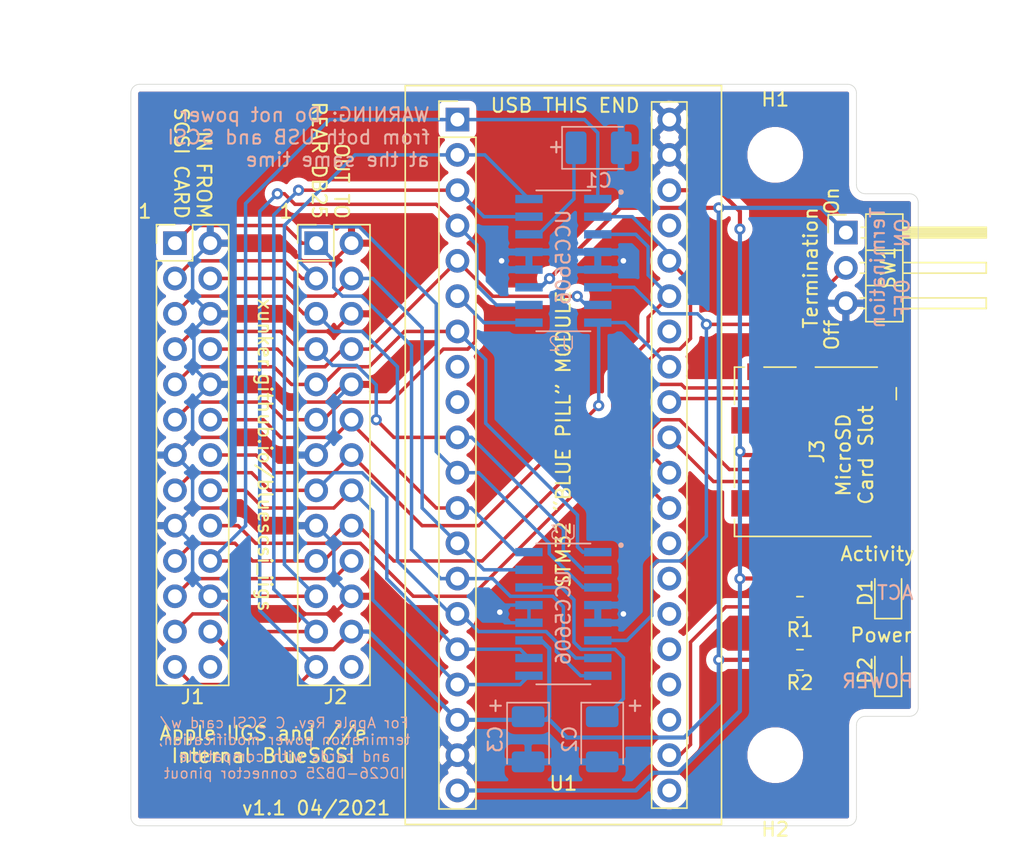
<source format=kicad_pcb>
(kicad_pcb (version 20171130) (host pcbnew "(5.1.8-0-10_14)")
  (layers (0 F.Cu signal) (31 B.Cu signal) (34 B.Paste user) (35 F.Paste user) (36 B.SilkS user) (37 F.SilkS user) (38 B.Mask user) (39 F.Mask user) (44 Edge.Cuts user))
  (net 0 "")
  (net 1 "Net-(U1-Pad37)")
  (net 2 "Net-(U1-Pad34)")
  (net 3 "Net-(U1-Pad8)")
  (net 4 "Net-(U1-Pad9)")
  (net 5 "Net-(U1-Pad28)")
  (net 6 "Net-(U1-Pad25)")
  (net 7 "Net-(U1-Pad24)")
  (net 8 "Net-(U1-Pad23)")
  (net 9 "Net-(U1-Pad21)")
  (net 10 "Net-(J1-Pad26)")
  (net 11 "Net-(J2-Pad26)")
  (net 12 +5V)
  (net 13 GND)
  (net 14 /SCSI_DB4)
  (net 15 /SCSI_DB2)
  (net 16 /SCSI_DB1)
  (net 17 /SCSI_DBP)
  (net 18 /SCSI_SEL)
  (net 19 /SCSI_ATN)
  (net 20 /SCSI_C_D)
  (net 21 /SCSI_DB7)
  (net 22 /SCSI_DB6)
  (net 23 /SCSI_DB5)
  (net 24 /SCSI_DB3)
  (net 25 /SCSI_DB0)
  (net 26 /SCSI_BSY)
  (net 27 /SCSI_ACK)
  (net 28 /SCSI_RST)
  (net 29 /SCSI_I_O)
  (net 30 /SCSI_MSG)
  (net 31 /SCSI_REQ)
  (net 32 /SD_MISO)
  (net 33 /SD_CSK)
  (net 34 +3V3)
  (net 35 /SD_MOSI)
  (net 36 /SD_CS)
  (net 37 "Net-(J3-Pad8)")
  (net 38 "Net-(J3-Pad1)")
  (net 39 "Net-(D2-Pad2)")
  (net 40 "Net-(R1-Pad2)")
  (net 41 "Net-(C1-Pad1)")
  (net 42 "Net-(C2-Pad1)")
  (net 43 /TERM_DISC)
  (net 44 "Net-(D1-Pad1)")
  (net 45 /DEBUG_RX)
  (net 46 /DEBUG_TX)
  (module Capacitor_Tantalum_SMD:CP_EIA-3528-21_Kemet-B_Pad1.50x2.35mm_HandSolder (layer B.Cu) (at 157.48 95.377 270)
    (fp_text reference C3 (at 0 2.35 90) (layer B.SilkS) (effects (justify mirror)))
    (fp_text value "4.7uF, 6.3v")
    (pad 2 smd roundrect (at 1.625 0 270) (size 1.5 2.35) (layers B.Cu B.Paste B.Mask) (roundrect_rratio 0.166667) (net 13 GND))
    (pad 1 smd roundrect (at -1.625 0 270) (size 1.5 2.35) (layers B.Cu B.Paste B.Mask) (roundrect_rratio 0.166667) (net 12 +5V))
  )
  (module Capacitor_Tantalum_SMD:CP_EIA-3528-21_Kemet-B_Pad1.50x2.35mm_HandSolder (layer B.Cu) (at 162.814 95.377 270)
    (fp_text reference C2 (at 0 2.35 90) (layer B.SilkS) (effects (justify mirror)))
    (fp_text value "4.7uF, 6.3v")
    (pad 2 smd roundrect (at 1.625 0 270) (size 1.5 2.35) (layers B.Cu B.Paste B.Mask) (roundrect_rratio 0.166667) (net 13 GND))
    (pad 1 smd roundrect (at -1.625 0 270) (size 1.5 2.35) (layers B.Cu B.Paste B.Mask) (roundrect_rratio 0.166667) (net 42 "Net-(C2-Pad1)"))
  )
  (module Capacitor_Tantalum_SMD:CP_EIA-3528-21_Kemet-B_Pad1.50x2.35mm_HandSolder (layer B.Cu) (at 162.56 52.832)
    (fp_text reference C1 (at 0 2.35) (layer B.SilkS) (effects (justify mirror)))
    (fp_text value "4.7uF, 6.3v")
    (pad 2 smd roundrect (at 1.625 0) (size 1.5 2.35) (layers B.Cu B.Paste B.Mask) (roundrect_rratio 0.166667) (net 13 GND))
    (pad 1 smd roundrect (at -1.625 0) (size 1.5 2.35) (layers B.Cu B.Paste B.Mask) (roundrect_rratio 0.166667) (net 41 "Net-(C1-Pad1)"))
  )
  (module LED_SMD:LED_0805_2012Metric_Pad1.15x1.40mm_HandSolder (layer F.Cu) (at 183.388 90.424 90)
    (fp_text reference D2 (at 0 -1.65 90) (layer F.SilkS))
    (fp_text value LED)
    (pad 2 smd roundrect (at 1.025 0 90) (size 1.15 1.4) (layers F.Cu F.Paste F.Mask) (roundrect_rratio 0.217391) (net 39 "Net-(D2-Pad2)"))
    (pad 1 smd roundrect (at -1.025 0 90) (size 1.15 1.4) (layers F.Cu F.Paste F.Mask) (roundrect_rratio 0.217391) (net 13 GND))
  )
  (module LED_SMD:LED_0805_2012Metric_Pad1.15x1.40mm_HandSolder (layer F.Cu) (at 183.388 84.836 90)
    (fp_text reference D1 (at 0 -1.65 90) (layer F.SilkS))
    (fp_text value LED)
    (pad 2 smd roundrect (at 1.025 0 90) (size 1.15 1.4) (layers F.Cu F.Paste F.Mask) (roundrect_rratio 0.217391) (net 34 +3V3))
    (pad 1 smd roundrect (at -1.025 0 90) (size 1.15 1.4) (layers F.Cu F.Paste F.Mask) (roundrect_rratio 0.217391) (net 44 "Net-(D1-Pad1)"))
  )
  (module Resistor_SMD:R_0805_2012Metric_Pad1.20x1.40mm_HandSolder (layer F.Cu) (at 177.038 89.662 180)
    (fp_text reference R2 (at 0 -1.65) (layer F.SilkS))
    (fp_text value 470)
    (pad 2 smd roundrect (at 1 0 180) (size 1.2 1.4) (layers F.Cu F.Paste F.Mask) (roundrect_rratio 0.208333) (net 12 +5V))
    (pad 1 smd roundrect (at -1 0 180) (size 1.2 1.4) (layers F.Cu F.Paste F.Mask) (roundrect_rratio 0.208333) (net 39 "Net-(D2-Pad2)"))
  )
  (module Resistor_SMD:R_0805_2012Metric_Pad1.20x1.40mm_HandSolder (layer F.Cu) (at 177.038 85.852 180)
    (fp_text reference R1 (at 0 -1.65) (layer F.SilkS))
    (fp_text value 330)
    (pad 2 smd roundrect (at 1 0 180) (size 1.2 1.4) (layers F.Cu F.Paste F.Mask) (roundrect_rratio 0.208333) (net 40 "Net-(R1-Pad2)"))
    (pad 1 smd roundrect (at -1 0 180) (size 1.2 1.4) (layers F.Cu F.Paste F.Mask) (roundrect_rratio 0.208333) (net 44 "Net-(D1-Pad1)"))
  )
  (module Connector_PinHeader_2.54mm:PinHeader_1x03_P2.54mm_Horizontal (layer F.Cu) (at 180.34 58.928)
    (fp_text reference SW1 (at 3.048 2.54 90) (layer F.SilkS))
    (fp_text value SW_SPDT)
    (pad 3 thru_hole oval (at 0 5.08) (size 1.7 1.7) (drill 1) (layers *.Cu *.Mask) (net 13 GND))
    (pad 2 thru_hole oval (at 0 2.54) (size 1.7 1.7) (drill 1) (layers *.Cu *.Mask) (net 43 /TERM_DISC))
    (pad 1 thru_hole rect (at 0 0) (size 1.7 1.7) (drill 1) (layers *.Cu *.Mask) (net 12 +5V))
  )
  (module Connector_PinHeader_2.54mm:PinHeader_2x13_P2.54mm_Vertical (layer F.Cu) (at 142.24 59.69)
    (fp_text reference J2 (at 1.397 32.639) (layer F.SilkS))
    (fp_text value Conn_02x13_Odd_Even)
    (pad 26 thru_hole oval (at 2.54 30.48) (size 1.7 1.7) (drill 1) (layers *.Cu *.Mask) (net 11 "Net-(J2-Pad26)"))
    (pad 25 thru_hole oval (at 0 30.48) (size 1.7 1.7) (drill 1) (layers *.Cu *.Mask) (net 21 /SCSI_DB7))
    (pad 24 thru_hole oval (at 2.54 27.94) (size 1.7 1.7) (drill 1) (layers *.Cu *.Mask) (net 12 +5V))
    (pad 23 thru_hole oval (at 0 27.94) (size 1.7 1.7) (drill 1) (layers *.Cu *.Mask) (net 22 /SCSI_DB6))
    (pad 22 thru_hole oval (at 2.54 25.4) (size 1.7 1.7) (drill 1) (layers *.Cu *.Mask) (net 13 GND))
    (pad 21 thru_hole oval (at 0 25.4) (size 1.7 1.7) (drill 1) (layers *.Cu *.Mask) (net 23 /SCSI_DB5))
    (pad 20 thru_hole oval (at 2.54 22.86) (size 1.7 1.7) (drill 1) (layers *.Cu *.Mask) (net 14 /SCSI_DB4))
    (pad 19 thru_hole oval (at 0 22.86) (size 1.7 1.7) (drill 1) (layers *.Cu *.Mask) (net 24 /SCSI_DB3))
    (pad 18 thru_hole oval (at 2.54 20.32) (size 1.7 1.7) (drill 1) (layers *.Cu *.Mask) (net 15 /SCSI_DB2))
    (pad 17 thru_hole oval (at 0 20.32) (size 1.7 1.7) (drill 1) (layers *.Cu *.Mask) (net 13 GND))
    (pad 16 thru_hole oval (at 2.54 17.78) (size 1.7 1.7) (drill 1) (layers *.Cu *.Mask) (net 16 /SCSI_DB1))
    (pad 15 thru_hole oval (at 0 17.78) (size 1.7 1.7) (drill 1) (layers *.Cu *.Mask) (net 25 /SCSI_DB0))
    (pad 14 thru_hole oval (at 2.54 15.24) (size 1.7 1.7) (drill 1) (layers *.Cu *.Mask) (net 17 /SCSI_DBP))
    (pad 13 thru_hole oval (at 0 15.24) (size 1.7 1.7) (drill 1) (layers *.Cu *.Mask) (net 13 GND))
    (pad 12 thru_hole oval (at 2.54 12.7) (size 1.7 1.7) (drill 1) (layers *.Cu *.Mask) (net 18 /SCSI_SEL))
    (pad 11 thru_hole oval (at 0 12.7) (size 1.7 1.7) (drill 1) (layers *.Cu *.Mask) (net 26 /SCSI_BSY))
    (pad 10 thru_hole oval (at 2.54 10.16) (size 1.7 1.7) (drill 1) (layers *.Cu *.Mask) (net 13 GND))
    (pad 9 thru_hole oval (at 0 10.16) (size 1.7 1.7) (drill 1) (layers *.Cu *.Mask) (net 27 /SCSI_ACK))
    (pad 8 thru_hole oval (at 2.54 7.62) (size 1.7 1.7) (drill 1) (layers *.Cu *.Mask) (net 19 /SCSI_ATN))
    (pad 7 thru_hole oval (at 0 7.62) (size 1.7 1.7) (drill 1) (layers *.Cu *.Mask) (net 28 /SCSI_RST))
    (pad 6 thru_hole oval (at 2.54 5.08) (size 1.7 1.7) (drill 1) (layers *.Cu *.Mask) (net 13 GND))
    (pad 5 thru_hole oval (at 0 5.08) (size 1.7 1.7) (drill 1) (layers *.Cu *.Mask) (net 29 /SCSI_I_O))
    (pad 4 thru_hole oval (at 2.54 2.54) (size 1.7 1.7) (drill 1) (layers *.Cu *.Mask) (net 20 /SCSI_C_D))
    (pad 3 thru_hole oval (at 0 2.54) (size 1.7 1.7) (drill 1) (layers *.Cu *.Mask) (net 30 /SCSI_MSG))
    (pad 2 thru_hole oval (at 2.54 0) (size 1.7 1.7) (drill 1) (layers *.Cu *.Mask) (net 13 GND))
    (pad 1 thru_hole rect (at 0 0) (size 1.7 1.7) (drill 1) (layers *.Cu *.Mask) (net 31 /SCSI_REQ))
  )
  (module "my library:YAAJ_BluePill_2" (layer F.Cu) (at 152.4 50.8)
    (fp_text reference U1 (at 7.62 47.752) (layer F.SilkS))
    (fp_text value YAAJ_BluePill hide)
    (pad 40 thru_hole circle (at 15.24 0) (size 1.7 1.7) (drill 1) (layers *.Cu *.Mask) (net 13 GND))
    (pad 1 thru_hole rect (at 0 0) (size 1.7 1.7) (drill 1) (layers *.Cu *.Mask) (net 14 /SCSI_DB4))
    (pad 39 thru_hole circle (at 15.24 2.54) (size 1.7 1.7) (drill 1) (layers *.Cu *.Mask) (net 13 GND))
    (pad 2 thru_hole circle (at 0 2.54) (size 1.7 1.7) (drill 1) (layers *.Cu *.Mask) (net 23 /SCSI_DB5))
    (pad 38 thru_hole circle (at 15.24 5.08) (size 1.7 1.7) (drill 1) (layers *.Cu *.Mask) (net 34 +3V3))
    (pad 3 thru_hole circle (at 0 5.08) (size 1.7 1.7) (drill 1) (layers *.Cu *.Mask) (net 22 /SCSI_DB6))
    (pad 37 thru_hole circle (at 15.24 7.62) (size 1.7 1.7) (drill 1) (layers *.Cu *.Mask) (net 1 "Net-(U1-Pad37)"))
    (pad 4 thru_hole circle (at 0 7.62) (size 1.7 1.7) (drill 1) (layers *.Cu *.Mask) (net 21 /SCSI_DB7))
    (pad 36 thru_hole circle (at 15.24 10.16) (size 1.7 1.7) (drill 1) (layers *.Cu *.Mask) (net 24 /SCSI_DB3))
    (pad 5 thru_hole circle (at 0 10.16) (size 1.7 1.7) (drill 1) (layers *.Cu *.Mask) (net 19 /SCSI_ATN))
    (pad 35 thru_hole circle (at 15.24 12.7) (size 1.7 1.7) (drill 1) (layers *.Cu *.Mask) (net 15 /SCSI_DB2))
    (pad 6 thru_hole circle (at 0 12.7) (size 1.7 1.7) (drill 1) (layers *.Cu *.Mask) (net 26 /SCSI_BSY))
    (pad 34 thru_hole circle (at 15.24 15.24) (size 1.7 1.7) (drill 1) (layers *.Cu *.Mask) (net 2 "Net-(U1-Pad34)"))
    (pad 7 thru_hole circle (at 0 15.24) (size 1.7 1.7) (drill 1) (layers *.Cu *.Mask) (net 27 /SCSI_ACK))
    (pad 33 thru_hole circle (at 15.24 17.78) (size 1.7 1.7) (drill 1) (layers *.Cu *.Mask) (net 17 /SCSI_DBP))
    (pad 8 thru_hole circle (at 0 17.78) (size 1.7 1.7) (drill 1) (layers *.Cu *.Mask) (net 3 "Net-(U1-Pad8)"))
    (pad 32 thru_hole circle (at 15.24 20.32) (size 1.7 1.7) (drill 1) (layers *.Cu *.Mask) (net 35 /SD_MOSI))
    (pad 9 thru_hole circle (at 0 20.32) (size 1.7 1.7) (drill 1) (layers *.Cu *.Mask) (net 4 "Net-(U1-Pad9)"))
    (pad 31 thru_hole circle (at 15.24 22.86) (size 1.7 1.7) (drill 1) (layers *.Cu *.Mask) (net 32 /SD_MISO))
    (pad 10 thru_hole circle (at 0 22.86) (size 1.7 1.7) (drill 1) (layers *.Cu *.Mask) (net 28 /SCSI_RST))
    (pad 30 thru_hole circle (at 15.24 25.4) (size 1.7 1.7) (drill 1) (layers *.Cu *.Mask) (net 33 /SD_CSK))
    (pad 11 thru_hole circle (at 0 25.4) (size 1.7 1.7) (drill 1) (layers *.Cu *.Mask) (net 30 /SCSI_MSG))
    (pad 29 thru_hole circle (at 15.24 27.94) (size 1.7 1.7) (drill 1) (layers *.Cu *.Mask) (net 36 /SD_CS))
    (pad 12 thru_hole circle (at 0 27.94) (size 1.7 1.7) (drill 1) (layers *.Cu *.Mask) (net 18 /SCSI_SEL))
    (pad 28 thru_hole circle (at 15.24 30.48) (size 1.7 1.7) (drill 1) (layers *.Cu *.Mask) (net 5 "Net-(U1-Pad28)"))
    (pad 13 thru_hole circle (at 0 30.48) (size 1.7 1.7) (drill 1) (layers *.Cu *.Mask) (net 20 /SCSI_C_D))
    (pad 27 thru_hole circle (at 15.24 33.02) (size 1.7 1.7) (drill 1) (layers *.Cu *.Mask) (net 45 /DEBUG_RX))
    (pad 14 thru_hole circle (at 0 33.02) (size 1.7 1.7) (drill 1) (layers *.Cu *.Mask) (net 31 /SCSI_REQ))
    (pad 26 thru_hole circle (at 15.24 35.56) (size 1.7 1.7) (drill 1) (layers *.Cu *.Mask) (net 46 /DEBUG_TX))
    (pad 15 thru_hole circle (at 0 35.56) (size 1.7 1.7) (drill 1) (layers *.Cu *.Mask) (net 29 /SCSI_I_O))
    (pad 25 thru_hole circle (at 15.24 38.1) (size 1.7 1.7) (drill 1) (layers *.Cu *.Mask) (net 6 "Net-(U1-Pad25)"))
    (pad 16 thru_hole circle (at 0 38.1) (size 1.7 1.7) (drill 1) (layers *.Cu *.Mask) (net 25 /SCSI_DB0))
    (pad 24 thru_hole circle (at 15.24 40.64) (size 1.7 1.7) (drill 1) (layers *.Cu *.Mask) (net 7 "Net-(U1-Pad24)"))
    (pad 17 thru_hole circle (at 0 40.64) (size 1.7 1.7) (drill 1) (layers *.Cu *.Mask) (net 16 /SCSI_DB1))
    (pad 23 thru_hole circle (at 15.24 43.18) (size 1.7 1.7) (drill 1) (layers *.Cu *.Mask) (net 8 "Net-(U1-Pad23)"))
    (pad 18 thru_hole circle (at 0 43.18) (size 1.7 1.7) (drill 1) (layers *.Cu *.Mask) (net 12 +5V))
    (pad 22 thru_hole circle (at 15.24 45.72) (size 1.7 1.7) (drill 1) (layers *.Cu *.Mask) (net 40 "Net-(R1-Pad2)"))
    (pad 19 thru_hole circle (at 0 45.72) (size 1.7 1.7) (drill 1) (layers *.Cu *.Mask) (net 13 GND))
    (pad 21 thru_hole circle (at 15.24 48.26) (size 1.7 1.7) (drill 1) (layers *.Cu *.Mask) (net 9 "Net-(U1-Pad21)"))
    (pad 20 thru_hole circle (at 0 48.26) (size 1.7 1.7) (drill 1) (layers *.Cu *.Mask) (net 34 +3V3))
  )
  (module "my library:SOIC127P600X175-16N" (layer B.Cu) (at 160.02 86.36 180)
    (fp_text reference U3 (at 0 5.842) (layer B.SilkS) (effects (font (thickness 0.1)) (justify mirror)))
    (fp_text value UCC5606)
    (pad 1 smd rect (at -2.475 4.445 180) (size 1.97 0.6) (layers B.Cu B.Paste B.Mask) (net 27 /SCSI_ACK))
    (pad 2 smd rect (at -2.475 3.175 180) (size 1.97 0.6) (layers B.Cu B.Paste B.Mask) (net 28 /SCSI_RST))
    (pad 3 smd rect (at -2.475 1.905 180) (size 1.97 0.6) (layers B.Cu B.Paste B.Mask) (net 30 /SCSI_MSG))
    (pad 4 smd rect (at -2.475 0.635 180) (size 1.97 0.6) (layers B.Cu B.Paste B.Mask) (net 13 GND))
    (pad 5 smd rect (at -2.475 -0.635 180) (size 1.97 0.6) (layers B.Cu B.Paste B.Mask) (net 13 GND))
    (pad 6 smd rect (at -2.475 -1.905 180) (size 1.97 0.6) (layers B.Cu B.Paste B.Mask) (net 43 /TERM_DISC))
    (pad 7 smd rect (at -2.475 -3.175 180) (size 1.97 0.6) (layers B.Cu B.Paste B.Mask) (net 31 /SCSI_REQ))
    (pad 8 smd rect (at -2.475 -4.445 180) (size 1.97 0.6) (layers B.Cu B.Paste B.Mask) (net 29 /SCSI_I_O))
    (pad 9 smd rect (at 2.475 -4.445 180) (size 1.97 0.6) (layers B.Cu B.Paste B.Mask) (net 16 /SCSI_DB1))
    (pad 10 smd rect (at 2.475 -3.175 180) (size 1.97 0.6) (layers B.Cu B.Paste B.Mask) (net 25 /SCSI_DB0))
    (pad 11 smd rect (at 2.475 -1.905 180) (size 1.97 0.6) (layers B.Cu B.Paste B.Mask) (net 12 +5V))
    (pad 12 smd rect (at 2.475 -0.635 180) (size 1.97 0.6) (layers B.Cu B.Paste B.Mask) (net 13 GND))
    (pad 13 smd rect (at 2.475 0.635 180) (size 1.97 0.6) (layers B.Cu B.Paste B.Mask) (net 13 GND))
    (pad 14 smd rect (at 2.475 1.905 180) (size 1.97 0.6) (layers B.Cu B.Paste B.Mask) (net 42 "Net-(C2-Pad1)"))
    (pad 15 smd rect (at 2.475 3.175 180) (size 1.97 0.6) (layers B.Cu B.Paste B.Mask) (net 20 /SCSI_C_D))
    (pad 16 smd rect (at 2.475 4.445 180) (size 1.97 0.6) (layers B.Cu B.Paste B.Mask) (net 18 /SCSI_SEL))
  )
  (module "my library:SOIC127P600X175-16N" (layer B.Cu) (at 160.02 60.96 180)
    (fp_text reference U2 (at 0.127 -5.969) (layer B.SilkS) (effects (font (thickness 0.1)) (justify mirror)))
    (fp_text value UCC5606)
    (pad 1 smd rect (at -2.475 4.445 180) (size 1.97 0.6) (layers B.Cu B.Paste B.Mask) (net 14 /SCSI_DB4))
    (pad 2 smd rect (at -2.475 3.175 180) (size 1.97 0.6) (layers B.Cu B.Paste B.Mask) (net 24 /SCSI_DB3))
    (pad 3 smd rect (at -2.475 1.905 180) (size 1.97 0.6) (layers B.Cu B.Paste B.Mask) (net 15 /SCSI_DB2))
    (pad 4 smd rect (at -2.475 0.635 180) (size 1.97 0.6) (layers B.Cu B.Paste B.Mask) (net 13 GND))
    (pad 5 smd rect (at -2.475 -0.635 180) (size 1.97 0.6) (layers B.Cu B.Paste B.Mask) (net 13 GND))
    (pad 6 smd rect (at -2.475 -1.905 180) (size 1.97 0.6) (layers B.Cu B.Paste B.Mask) (net 43 /TERM_DISC))
    (pad 7 smd rect (at -2.475 -3.175 180) (size 1.97 0.6) (layers B.Cu B.Paste B.Mask) (net 19 /SCSI_ATN))
    (pad 8 smd rect (at -2.475 -4.445 180) (size 1.97 0.6) (layers B.Cu B.Paste B.Mask) (net 17 /SCSI_DBP))
    (pad 9 smd rect (at 2.475 -4.445 180) (size 1.97 0.6) (layers B.Cu B.Paste B.Mask) (net 26 /SCSI_BSY))
    (pad 10 smd rect (at 2.475 -3.175 180) (size 1.97 0.6) (layers B.Cu B.Paste B.Mask) (net 21 /SCSI_DB7))
    (pad 11 smd rect (at 2.475 -1.905 180) (size 1.97 0.6) (layers B.Cu B.Paste B.Mask) (net 12 +5V))
    (pad 12 smd rect (at 2.475 -0.635 180) (size 1.97 0.6) (layers B.Cu B.Paste B.Mask) (net 13 GND))
    (pad 13 smd rect (at 2.475 0.635 180) (size 1.97 0.6) (layers B.Cu B.Paste B.Mask) (net 13 GND))
    (pad 14 smd rect (at 2.475 1.905 180) (size 1.97 0.6) (layers B.Cu B.Paste B.Mask) (net 41 "Net-(C1-Pad1)"))
    (pad 15 smd rect (at 2.475 3.175 180) (size 1.97 0.6) (layers B.Cu B.Paste B.Mask) (net 22 /SCSI_DB6))
    (pad 16 smd rect (at 2.475 4.445 180) (size 1.97 0.6) (layers B.Cu B.Paste B.Mask) (net 23 /SCSI_DB5))
  )
  (module MountingHole:MountingHole_3mm (layer F.Cu) (at 175.26 96.52)
    (fp_text reference H2 (at 0 5.334) (layer F.SilkS))
    (fp_text value MountingHole)
    (pad 1 np_thru_hole circle (at 0 0) (size 3 3) (drill 3) (layers *.Cu *.Mask))
  )
  (module MountingHole:MountingHole_3mm (layer F.Cu) (at 175.26 53.34)
    (fp_text reference H1 (at 0 -4) (layer F.SilkS))
    (fp_text value MountingHole)
    (pad 1 np_thru_hole circle (at 0 0) (size 3 3) (drill 3) (layers *.Cu *.Mask))
  )
  (module Connector_Card:microSD_HC_Molex_104031-0811 (layer F.Cu) (at 178.15 74.676 270)
    (fp_text reference J3 (at 0 -0.127 90) (layer F.SilkS))
    (fp_text value Micro_SD_Card)
    (pad 11 smd rect (at 3.73 5.375 270) (size 1.9 1.35) (layers F.Cu F.Paste F.Mask))
    (pad 11 smd rect (at -2.24 5.375 270) (size 1.9 1.35) (layers F.Cu F.Paste F.Mask))
    (pad 9 smd rect (at -5.74 0.7 270) (size 1.2 1) (layers F.Cu F.Paste F.Mask) (net 13 GND))
    (pad 10 smd rect (at -5.74 4.4 270) (size 1.2 1) (layers F.Cu F.Paste F.Mask))
    (pad 11 smd rect (at -5.565 -5.325 270) (size 1.55 1.35) (layers F.Cu F.Paste F.Mask))
    (pad 11 smd rect (at 5.755 -5.1 270) (size 1.17 1.8) (layers F.Cu F.Paste F.Mask))
    (pad 7 smd rect (at 3.495 -5.45 270) (size 0.85 1.1) (layers F.Cu F.Paste F.Mask) (net 32 /SD_MISO))
    (pad 6 smd rect (at 2.395 -5.45 270) (size 0.85 1.1) (layers F.Cu F.Paste F.Mask) (net 13 GND))
    (pad 5 smd rect (at 1.295 -5.45 270) (size 0.85 1.1) (layers F.Cu F.Paste F.Mask) (net 33 /SD_CSK))
    (pad 4 smd rect (at 0.195 -5.45 270) (size 0.85 1.1) (layers F.Cu F.Paste F.Mask) (net 34 +3V3))
    (pad 3 smd rect (at -0.905 -5.45 270) (size 0.85 1.1) (layers F.Cu F.Paste F.Mask) (net 35 /SD_MOSI))
    (pad 2 smd rect (at -2.005 -5.45 270) (size 0.85 1.1) (layers F.Cu F.Paste F.Mask) (net 36 /SD_CS))
    (pad 8 smd rect (at 4.545 -5.45 270) (size 0.75 1.1) (layers F.Cu F.Paste F.Mask) (net 37 "Net-(J3-Pad8)"))
    (pad 1 smd rect (at -3.105 -5.45 270) (size 0.85 1.1) (layers F.Cu F.Paste F.Mask) (net 38 "Net-(J3-Pad1)"))
  )
  (module Connector_PinHeader_2.54mm:PinHeader_2x13_P2.54mm_Vertical (layer F.Cu) (at 132.08 59.69)
    (fp_text reference J1 (at 1.27 32.639) (layer F.SilkS))
    (fp_text value Conn_02x13_Odd_Even)
    (pad 26 thru_hole oval (at 2.54 30.48) (size 1.7 1.7) (drill 1) (layers *.Cu *.Mask) (net 10 "Net-(J1-Pad26)"))
    (pad 25 thru_hole oval (at 0 30.48) (size 1.7 1.7) (drill 1) (layers *.Cu *.Mask) (net 21 /SCSI_DB7))
    (pad 24 thru_hole oval (at 2.54 27.94) (size 1.7 1.7) (drill 1) (layers *.Cu *.Mask) (net 12 +5V))
    (pad 23 thru_hole oval (at 0 27.94) (size 1.7 1.7) (drill 1) (layers *.Cu *.Mask) (net 22 /SCSI_DB6))
    (pad 22 thru_hole oval (at 2.54 25.4) (size 1.7 1.7) (drill 1) (layers *.Cu *.Mask) (net 13 GND))
    (pad 21 thru_hole oval (at 0 25.4) (size 1.7 1.7) (drill 1) (layers *.Cu *.Mask) (net 23 /SCSI_DB5))
    (pad 20 thru_hole oval (at 2.54 22.86) (size 1.7 1.7) (drill 1) (layers *.Cu *.Mask) (net 14 /SCSI_DB4))
    (pad 19 thru_hole oval (at 0 22.86) (size 1.7 1.7) (drill 1) (layers *.Cu *.Mask) (net 24 /SCSI_DB3))
    (pad 18 thru_hole oval (at 2.54 20.32) (size 1.7 1.7) (drill 1) (layers *.Cu *.Mask) (net 15 /SCSI_DB2))
    (pad 17 thru_hole oval (at 0 20.32) (size 1.7 1.7) (drill 1) (layers *.Cu *.Mask) (net 13 GND))
    (pad 16 thru_hole oval (at 2.54 17.78) (size 1.7 1.7) (drill 1) (layers *.Cu *.Mask) (net 16 /SCSI_DB1))
    (pad 15 thru_hole oval (at 0 17.78) (size 1.7 1.7) (drill 1) (layers *.Cu *.Mask) (net 25 /SCSI_DB0))
    (pad 14 thru_hole oval (at 2.54 15.24) (size 1.7 1.7) (drill 1) (layers *.Cu *.Mask) (net 17 /SCSI_DBP))
    (pad 13 thru_hole oval (at 0 15.24) (size 1.7 1.7) (drill 1) (layers *.Cu *.Mask) (net 13 GND))
    (pad 12 thru_hole oval (at 2.54 12.7) (size 1.7 1.7) (drill 1) (layers *.Cu *.Mask) (net 18 /SCSI_SEL))
    (pad 11 thru_hole oval (at 0 12.7) (size 1.7 1.7) (drill 1) (layers *.Cu *.Mask) (net 26 /SCSI_BSY))
    (pad 10 thru_hole oval (at 2.54 10.16) (size 1.7 1.7) (drill 1) (layers *.Cu *.Mask) (net 13 GND))
    (pad 9 thru_hole oval (at 0 10.16) (size 1.7 1.7) (drill 1) (layers *.Cu *.Mask) (net 27 /SCSI_ACK))
    (pad 8 thru_hole oval (at 2.54 7.62) (size 1.7 1.7) (drill 1) (layers *.Cu *.Mask) (net 19 /SCSI_ATN))
    (pad 7 thru_hole oval (at 0 7.62) (size 1.7 1.7) (drill 1) (layers *.Cu *.Mask) (net 28 /SCSI_RST))
    (pad 6 thru_hole oval (at 2.54 5.08) (size 1.7 1.7) (drill 1) (layers *.Cu *.Mask) (net 13 GND))
    (pad 5 thru_hole oval (at 0 5.08) (size 1.7 1.7) (drill 1) (layers *.Cu *.Mask) (net 29 /SCSI_I_O))
    (pad 4 thru_hole oval (at 2.54 2.54) (size 1.7 1.7) (drill 1) (layers *.Cu *.Mask) (net 20 /SCSI_C_D))
    (pad 3 thru_hole oval (at 0 2.54) (size 1.7 1.7) (drill 1) (layers *.Cu *.Mask) (net 30 /SCSI_MSG))
    (pad 2 thru_hole oval (at 2.54 0) (size 1.7 1.7) (drill 1) (layers *.Cu *.Mask) (net 13 GND))
    (pad 1 thru_hole rect (at 0 0) (size 1.7 1.7) (drill 1) (layers *.Cu *.Mask) (net 31 /SCSI_REQ))
  )
  (gr_text "WARNING: Do not power\nfrom both USB and SCSI\nat the same time" (at 150.495 52.07) (layer B.SilkS) (effects (font (size 1 1)) (justify left mirror)))
  (gr_line (start 181.737 93.726) (end 184.912 93.726) (layer Edge.Cuts) (width 0.05))
  (gr_line (start 181.102 94.361) (end 181.102 100.965) (layer Edge.Cuts) (width 0.05))
  (gr_arc (start 181.737 94.361) (end 181.737 93.726) (angle -90) (layer Edge.Cuts) (width 0.05))
  (gr_arc (start 184.912 93.091) (end 184.912 93.726) (angle -90) (layer Edge.Cuts) (width 0.05))
  (gr_line (start 181.737 56.134) (end 184.912 56.134) (layer Edge.Cuts) (width 0.05))
  (gr_arc (start 184.912 56.769) (end 185.547 56.769) (angle -90) (layer Edge.Cuts) (width 0.05))
  (gr_line (start 181.102 48.895) (end 181.102 55.499) (layer Edge.Cuts) (width 0.05))
  (gr_arc (start 181.737 55.499) (end 181.102 55.499) (angle -90) (layer Edge.Cuts) (width 0.05))
  (gr_text UCC5606 (at 160.02 60.706 90) (layer B.SilkS) (effects (font (size 1 1)) (justify mirror)))
  (gr_text UCC5606 (at 160.02 86.614 90) (layer B.SilkS) (effects (font (size 1 1)) (justify mirror)))
  (gr_text "For Apple Rev. C SCSI card w/\ntermination power modification,\nand cards with compatible\nIDC26-DB25 connector pinout" (at 139.954 96.012) (layer B.SilkS) (effects (font (size 0.75 0.75) (thickness 0.1)) (justify mirror)))
  (gr_arc (start 180.467 48.895) (end 181.102 48.895) (angle -90) (layer Edge.Cuts) (width 0.05))
  (gr_arc (start 180.467 100.965) (end 180.467 101.6) (angle -90) (layer Edge.Cuts) (width 0.05))
  (gr_arc (start 129.54 100.965) (end 128.905 100.965) (angle -90) (layer Edge.Cuts) (width 0.05))
  (gr_arc (start 129.54 48.895) (end 129.54 48.26) (angle -90) (layer Edge.Cuts) (width 0.05))
  (gr_text "MicroSD\nCard Slot" (at 180.975 74.93 90) (layer F.SilkS) (effects (font (size 1 1))))
  (gr_text Off (at 179.324 66.294 90) (layer F.SilkS) (effects (font (size 1 1))))
  (gr_text On (at 179.324 56.642 90) (layer F.SilkS) (effects (font (size 1 1))))
  (gr_text Termination (at 177.8 61.468 90) (layer F.SilkS) (effects (font (size 1 1))))
  (gr_text Power (at 182.88 87.884) (layer F.SilkS) (effects (font (size 1 1))))
  (gr_text Activity (at 182.626 82.042) (layer F.SilkS) (effects (font (size 1 1))))
  (gr_text xunker.github.io/bluescsi_iigs (at 138.557 74.93 270) (layer F.SilkS) (effects (font (size 1 1))))
  (gr_text "v1.1 04/2021" (at 142.24 100.33) (layer F.SilkS) (effects (font (size 1 1))))
  (gr_text "Apple IIGS and //e\nInternal BlueSCSI" (at 138.43 95.758) (layer F.SilkS) (effects (font (size 1 1))))
  (gr_text + (at 155.067 92.964 90) (layer B.SilkS) (effects (font (size 1 1)) (justify mirror)))
  (gr_text + (at 165.1 92.964 90) (layer B.SilkS) (effects (font (size 1 1)) (justify mirror)))
  (gr_text + (at 159.512 52.705) (layer B.SilkS) (effects (font (size 1 1)) (justify mirror)))
  (gr_text "ON   OFF" (at 184.404 61.468 90) (layer B.SilkS) (effects (font (size 1 1)) (justify mirror)))
  (gr_text POWER (at 182.626 91.186) (layer B.SilkS) (effects (font (size 1 1)) (justify mirror)))
  (gr_text ACT (at 183.896 84.836) (layer B.SilkS) (effects (font (size 1 1)) (justify mirror)))
  (gr_text Termination (at 182.626 61.468 90) (layer B.SilkS) (effects (font (size 1 1)) (justify mirror)))
  (gr_text "STM32 “BLUE PILL” MODULE" (at 160.02 73.787 90) (layer F.SilkS) (effects (font (size 1 1))))
  (gr_text 1 (at 129.921 57.404) (layer F.SilkS) (effects (font (size 1 1))))
  (gr_text 1 (at 140.081 57.404) (layer F.SilkS) (effects (font (size 1 1))))
  (gr_text "USB THIS END" (at 160.147 49.784) (layer F.SilkS) (effects (font (size 1 1))))
  (gr_text "OUT TO\nREAR DB25\n" (at 143.256 58.039 270) (layer F.SilkS) (effects (font (size 1 1)) (justify right)))
  (gr_text "IN FROM\nSCSI CARD" (at 133.35 58.039 270) (layer F.SilkS) (effects (font (size 1 1)) (justify right)))
  (gr_line (start 129.54 48.26) (end 180.467 48.26) (layer Edge.Cuts) (width 0.05))
  (gr_line (start 128.905 100.965) (end 128.905 48.895) (layer Edge.Cuts) (width 0.05))
  (gr_line (start 180.467 101.6) (end 129.54 101.6) (layer Edge.Cuts) (width 0.05))
  (gr_line (start 185.547 56.769) (end 185.547 93.091) (layer Edge.Cuts) (width 0.05))
  (segment (start 146.05 87.63) (end 152.4 93.98) (width 0.3) (layer B.Cu) (net 12))
  (segment (start 144.78 87.63) (end 146.05 87.63) (width 0.3) (layer B.Cu) (net 12))
  (segment (start 178.562 57.15) (end 180.34 58.928) (width 0.3) (layer B.Cu) (net 12))
  (segment (start 171.196 57.15) (end 171.196 57.15) (width 0.3) (layer B.Cu) (net 12))
  (segment (start 171.196 57.15) (end 178.562 57.15) (width 0.3) (layer B.Cu) (net 12))
  (via (at 171.196 57.15) (size 0.8) (drill 0.4) (layers F.Cu B.Cu) (net 12))
  (via (at 159.02532 62.233641) (size 0.8) (drill 0.4) (layers F.Cu B.Cu) (net 12))
  (segment (start 171.196 57.15) (end 164.108961 57.15) (width 0.3) (layer F.Cu) (net 12))
  (segment (start 157.545 62.865) (end 158.393961 62.865) (width 0.3) (layer B.Cu) (net 12))
  (segment (start 164.108961 57.15) (end 159.02532 62.233641) (width 0.3) (layer F.Cu) (net 12))
  (segment (start 158.393961 62.865) (end 159.02532 62.233641) (width 0.3) (layer B.Cu) (net 12))
  (segment (start 171.196 57.15) (end 171.196 89.662) (width 0.3) (layer B.Cu) (net 12))
  (via (at 171.196 89.662) (size 0.8) (drill 0.4) (layers F.Cu B.Cu) (net 12))
  (segment (start 176.038 89.662) (end 171.196 89.662) (width 0.3) (layer F.Cu) (net 12))
  (segment (start 157.545 88.265) (end 158.4265 88.265) (width 0.3) (layer B.Cu) (net 12))
  (segment (start 158.75 93.98) (end 152.4 93.98) (width 0.3) (layer B.Cu) (net 12))
  (segment (start 159.004 93.726) (end 158.75 93.98) (width 0.3) (layer B.Cu) (net 12))
  (segment (start 159.004 88.8425) (end 159.004 93.726) (width 0.3) (layer B.Cu) (net 12))
  (segment (start 158.4265 88.265) (end 159.004 88.8425) (width 0.3) (layer B.Cu) (net 12))
  (segment (start 171.196 92.7735) (end 171.196 89.662) (width 0.3) (layer B.Cu) (net 12))
  (segment (start 168.7195 95.25) (end 171.196 92.7735) (width 0.3) (layer B.Cu) (net 12))
  (segment (start 160.28075 95.25) (end 168.7195 95.25) (width 0.3) (layer B.Cu) (net 12))
  (segment (start 158.99725 93.9665) (end 160.28075 95.25) (width 0.3) (layer B.Cu) (net 12))
  (segment (start 156.718 93.9665) (end 158.99725 93.9665) (width 0.3) (layer B.Cu) (net 12))
  (segment (start 143.51 88.9) (end 144.78 87.63) (width 0.3) (layer F.Cu) (net 12))
  (segment (start 135.89 88.9) (end 143.51 88.9) (width 0.3) (layer F.Cu) (net 12))
  (segment (start 134.62 87.63) (end 135.89 88.9) (width 0.3) (layer F.Cu) (net 12))
  (via (at 155.448 86.233) (size 0.8) (drill 0.4) (layers F.Cu B.Cu) (net 13))
  (segment (start 155.575 85.725) (end 155.067 86.233) (width 0.25) (layer B.Cu) (net 13))
  (segment (start 157.545 85.725) (end 155.575 85.725) (width 0.25) (layer B.Cu) (net 13))
  (segment (start 155.829 86.995) (end 155.067 86.233) (width 0.25) (layer B.Cu) (net 13))
  (segment (start 157.545 86.995) (end 155.829 86.995) (width 0.25) (layer B.Cu) (net 13))
  (segment (start 157.545 85.725) (end 157.545 86.995) (width 0.25) (layer B.Cu) (net 13))
  (segment (start 157.545 60.325) (end 162.495 60.325) (width 0.25) (layer B.Cu) (net 13))
  (segment (start 157.418 61.468) (end 157.545 61.595) (width 0.25) (layer B.Cu) (net 13))
  (via (at 155.575 60.96) (size 0.8) (drill 0.4) (layers F.Cu B.Cu) (net 13))
  (segment (start 143.51 66.04) (end 144.78 64.77) (width 0.25) (layer F.Cu) (net 13))
  (segment (start 139.954 64.77) (end 141.224 66.04) (width 0.25) (layer F.Cu) (net 13))
  (segment (start 141.224 66.04) (end 143.51 66.04) (width 0.25) (layer F.Cu) (net 13))
  (segment (start 134.62 64.77) (end 139.954 64.77) (width 0.25) (layer F.Cu) (net 13))
  (segment (start 143.51 86.36) (end 144.78 85.09) (width 0.25) (layer F.Cu) (net 13))
  (segment (start 136.906 86.36) (end 143.51 86.36) (width 0.25) (layer F.Cu) (net 13))
  (segment (start 135.636 85.09) (end 136.906 86.36) (width 0.25) (layer F.Cu) (net 13))
  (segment (start 134.62 85.09) (end 135.636 85.09) (width 0.25) (layer F.Cu) (net 13))
  (segment (start 133.35 78.74) (end 132.08 80.01) (width 0.25) (layer F.Cu) (net 13))
  (segment (start 136.906 78.74) (end 133.35 78.74) (width 0.25) (layer F.Cu) (net 13))
  (segment (start 138.176 80.01) (end 136.906 78.74) (width 0.25) (layer F.Cu) (net 13))
  (segment (start 142.24 80.01) (end 138.176 80.01) (width 0.25) (layer F.Cu) (net 13))
  (segment (start 139.446 74.93) (end 142.24 74.93) (width 0.25) (layer F.Cu) (net 13))
  (segment (start 133.35 73.66) (end 138.176 73.66) (width 0.25) (layer F.Cu) (net 13))
  (segment (start 138.176 73.66) (end 139.446 74.93) (width 0.25) (layer F.Cu) (net 13))
  (segment (start 132.08 74.93) (end 133.35 73.66) (width 0.25) (layer F.Cu) (net 13))
  (segment (start 143.51 60.96) (end 144.78 59.69) (width 0.25) (layer F.Cu) (net 13))
  (segment (start 141.224 60.96) (end 143.51 60.96) (width 0.25) (layer F.Cu) (net 13))
  (segment (start 139.954 59.69) (end 141.224 60.96) (width 0.25) (layer F.Cu) (net 13))
  (segment (start 134.62 59.69) (end 139.954 59.69) (width 0.25) (layer F.Cu) (net 13))
  (via (at 164.338 60.96) (size 0.8) (drill 0.4) (layers F.Cu B.Cu) (net 13))
  (via (at 164.338 86.36) (size 0.8) (drill 0.4) (layers F.Cu B.Cu) (net 13))
  (segment (start 144.272 69.85) (end 144.78 69.85) (width 0.25) (layer F.Cu) (net 13))
  (segment (start 140.208 71.12) (end 143.002 71.12) (width 0.25) (layer F.Cu) (net 13))
  (segment (start 138.938 69.85) (end 140.208 71.12) (width 0.25) (layer F.Cu) (net 13))
  (segment (start 143.002 71.12) (end 144.272 69.85) (width 0.25) (layer F.Cu) (net 13))
  (segment (start 134.62 69.85) (end 138.938 69.85) (width 0.25) (layer F.Cu) (net 13))
  (segment (start 143.51 73.66) (end 142.24 74.93) (width 0.25) (layer B.Cu) (net 13))
  (segment (start 143.51 71.12) (end 143.51 73.66) (width 0.25) (layer B.Cu) (net 13))
  (segment (start 144.78 69.85) (end 143.51 71.12) (width 0.25) (layer B.Cu) (net 13))
  (segment (start 143.51 83.82) (end 144.78 85.09) (width 0.25) (layer B.Cu) (net 13))
  (segment (start 143.51 81.28) (end 143.51 83.82) (width 0.25) (layer B.Cu) (net 13))
  (segment (start 142.24 80.01) (end 143.51 81.28) (width 0.25) (layer B.Cu) (net 13))
  (segment (start 133.35 83.82) (end 134.62 85.09) (width 0.25) (layer B.Cu) (net 13))
  (segment (start 133.35 81.28) (end 133.35 83.82) (width 0.25) (layer B.Cu) (net 13))
  (segment (start 132.08 80.01) (end 133.35 81.28) (width 0.25) (layer B.Cu) (net 13))
  (segment (start 133.35 73.66) (end 132.08 74.93) (width 0.25) (layer B.Cu) (net 13))
  (segment (start 133.35 71.12) (end 133.35 73.66) (width 0.25) (layer B.Cu) (net 13))
  (segment (start 134.62 69.85) (end 133.35 71.12) (width 0.25) (layer B.Cu) (net 13))
  (segment (start 133.35 76.2) (end 132.08 74.93) (width 0.25) (layer B.Cu) (net 13))
  (segment (start 133.35 78.74) (end 133.35 76.2) (width 0.25) (layer B.Cu) (net 13))
  (segment (start 132.08 80.01) (end 133.35 78.74) (width 0.25) (layer B.Cu) (net 13))
  (segment (start 133.444999 68.674999) (end 134.62 69.85) (width 0.25) (layer B.Cu) (net 13))
  (segment (start 133.444999 65.945001) (end 133.444999 68.674999) (width 0.25) (layer B.Cu) (net 13))
  (segment (start 134.62 64.77) (end 133.444999 65.945001) (width 0.25) (layer B.Cu) (net 13))
  (segment (start 133.35 60.96) (end 133.35 63.5) (width 0.25) (layer B.Cu) (net 13))
  (segment (start 133.35 63.5) (end 134.62 64.77) (width 0.25) (layer B.Cu) (net 13))
  (segment (start 134.62 59.69) (end 133.35 60.96) (width 0.25) (layer B.Cu) (net 13))
  (segment (start 162.495 51.751) (end 162.495 56.515) (width 0.25) (layer B.Cu) (net 14))
  (segment (start 161.544 50.8) (end 162.495 51.751) (width 0.25) (layer B.Cu) (net 14))
  (segment (start 152.4 50.8) (end 161.544 50.8) (width 0.25) (layer B.Cu) (net 14))
  (segment (start 137.414 83.82) (end 143.51 83.82) (width 0.25) (layer F.Cu) (net 14))
  (segment (start 143.51 83.82) (end 144.78 82.55) (width 0.25) (layer F.Cu) (net 14))
  (segment (start 136.144 82.55) (end 137.414 83.82) (width 0.25) (layer F.Cu) (net 14))
  (segment (start 134.62 82.55) (end 136.144 82.55) (width 0.25) (layer F.Cu) (net 14))
  (segment (start 143.198998 50.8) (end 151.3 50.8) (width 0.25) (layer B.Cu) (net 14))
  (segment (start 151.3 50.8) (end 152.4 50.8) (width 0.25) (layer B.Cu) (net 14))
  (segment (start 134.62 82.55) (end 137.16 80.01) (width 0.25) (layer B.Cu) (net 14))
  (segment (start 137.16 56.838998) (end 143.198998 50.8) (width 0.25) (layer B.Cu) (net 14))
  (segment (start 137.16 80.01) (end 137.16 56.838998) (width 0.25) (layer B.Cu) (net 14))
  (segment (start 166.116 61.976) (end 167.64 63.5) (width 0.25) (layer B.Cu) (net 15))
  (segment (start 166.116 59.944) (end 166.116 61.976) (width 0.25) (layer B.Cu) (net 15))
  (segment (start 165.227 59.055) (end 166.116 59.944) (width 0.25) (layer B.Cu) (net 15))
  (segment (start 162.495 59.055) (end 165.227 59.055) (width 0.25) (layer B.Cu) (net 15))
  (segment (start 144.272 80.01) (end 144.78 80.01) (width 0.25) (layer F.Cu) (net 15))
  (segment (start 137.89025 81.28) (end 143.002 81.28) (width 0.25) (layer F.Cu) (net 15))
  (segment (start 143.002 81.28) (end 144.272 80.01) (width 0.25) (layer F.Cu) (net 15))
  (segment (start 136.62025 80.01) (end 137.89025 81.28) (width 0.25) (layer F.Cu) (net 15))
  (segment (start 134.62 80.01) (end 136.62025 80.01) (width 0.25) (layer F.Cu) (net 15))
  (segment (start 166.116 65.024) (end 167.64 63.5) (width 0.25) (layer F.Cu) (net 15))
  (segment (start 166.116 66.763002) (end 166.116 65.024) (width 0.25) (layer F.Cu) (net 15))
  (segment (start 163.576 69.303002) (end 166.116 66.763002) (width 0.25) (layer F.Cu) (net 15))
  (segment (start 147.828 82.55) (end 154.178 82.55) (width 0.25) (layer F.Cu) (net 15))
  (segment (start 145.288 80.01) (end 147.828 82.55) (width 0.25) (layer F.Cu) (net 15))
  (segment (start 163.576 73.152) (end 163.576 69.303002) (width 0.25) (layer F.Cu) (net 15))
  (segment (start 154.178 82.55) (end 163.576 73.152) (width 0.25) (layer F.Cu) (net 15))
  (segment (start 144.78 80.01) (end 145.288 80.01) (width 0.25) (layer F.Cu) (net 15))
  (segment (start 156.91 91.44) (end 157.545 90.805) (width 0.25) (layer B.Cu) (net 16))
  (segment (start 152.4 91.44) (end 156.91 91.44) (width 0.25) (layer B.Cu) (net 16))
  (segment (start 152.4 90.970998) (end 152.4 91.44) (width 0.25) (layer F.Cu) (net 16))
  (segment (start 138.43 78.74) (end 143.51 78.74) (width 0.25) (layer F.Cu) (net 16))
  (segment (start 143.51 78.74) (end 144.78 77.47) (width 0.25) (layer F.Cu) (net 16))
  (segment (start 137.16 77.47) (end 138.43 78.74) (width 0.25) (layer F.Cu) (net 16))
  (segment (start 134.62 77.47) (end 137.16 77.47) (width 0.25) (layer F.Cu) (net 16))
  (segment (start 146.304 85.344) (end 152.4 91.44) (width 0.25) (layer B.Cu) (net 16))
  (segment (start 146.304 78.994) (end 146.304 85.344) (width 0.25) (layer B.Cu) (net 16))
  (segment (start 144.78 77.47) (end 146.304 78.994) (width 0.25) (layer B.Cu) (net 16))
  (segment (start 167.475412 68.58) (end 167.64 68.58) (width 0.25) (layer F.Cu) (net 17))
  (segment (start 164.465 65.405) (end 162.495 65.405) (width 0.25) (layer B.Cu) (net 17))
  (segment (start 167.64 68.58) (end 164.465 65.405) (width 0.25) (layer B.Cu) (net 17))
  (segment (start 143.51 76.2) (end 144.78 74.93) (width 0.25) (layer F.Cu) (net 17))
  (segment (start 139.192 76.2) (end 143.51 76.2) (width 0.25) (layer F.Cu) (net 17))
  (segment (start 137.922 74.93) (end 139.192 76.2) (width 0.25) (layer F.Cu) (net 17))
  (segment (start 134.62 74.93) (end 137.922 74.93) (width 0.25) (layer F.Cu) (net 17))
  (segment (start 162.56 71.374) (end 162.56 71.374) (width 0.25) (layer F.Cu) (net 17))
  (via (at 162.56 71.374) (size 0.8) (drill 0.4) (layers F.Cu B.Cu) (net 17))
  (segment (start 162.56 68.58) (end 162.56 71.374) (width 0.25) (layer B.Cu) (net 17))
  (segment (start 162.56 65.532) (end 162.56 68.58) (width 0.25) (layer B.Cu) (net 17))
  (segment (start 153.924 80.01) (end 162.56 71.374) (width 0.25) (layer F.Cu) (net 17))
  (segment (start 149.86 80.01) (end 153.924 80.01) (width 0.25) (layer F.Cu) (net 17))
  (segment (start 144.78 74.93) (end 149.86 80.01) (width 0.25) (layer F.Cu) (net 17))
  (segment (start 151.892 79.248) (end 152.4 78.74) (width 0.25) (layer B.Cu) (net 18))
  (segment (start 156.56 81.915) (end 157.545 81.915) (width 0.25) (layer B.Cu) (net 18))
  (segment (start 153.385 78.74) (end 156.56 81.915) (width 0.25) (layer B.Cu) (net 18))
  (segment (start 152.4 78.74) (end 153.385 78.74) (width 0.25) (layer B.Cu) (net 18))
  (segment (start 143.51 73.66) (end 144.78 72.39) (width 0.25) (layer F.Cu) (net 18))
  (segment (start 139.7 73.66) (end 143.51 73.66) (width 0.25) (layer F.Cu) (net 18))
  (segment (start 138.43 72.39) (end 139.7 73.66) (width 0.25) (layer F.Cu) (net 18))
  (segment (start 134.62 72.39) (end 138.43 72.39) (width 0.25) (layer F.Cu) (net 18))
  (segment (start 150.876 78.74) (end 152.4 78.74) (width 0.25) (layer F.Cu) (net 18))
  (segment (start 144.78 72.644) (end 150.876 78.74) (width 0.25) (layer F.Cu) (net 18))
  (segment (start 144.78 72.39) (end 144.78 72.644) (width 0.25) (layer F.Cu) (net 18))
  (segment (start 152.4 60.96) (end 152.4 61.468) (width 0.25) (layer B.Cu) (net 19))
  (segment (start 146.05 67.31) (end 152.4 60.96) (width 0.25) (layer F.Cu) (net 19))
  (segment (start 144.78 67.31) (end 146.05 67.31) (width 0.25) (layer F.Cu) (net 19))
  (segment (start 142.87359 68.58) (end 144.14359 67.31) (width 0.25) (layer F.Cu) (net 19))
  (segment (start 139.446 67.31) (end 140.716 68.58) (width 0.25) (layer F.Cu) (net 19))
  (segment (start 134.62 67.31) (end 139.446 67.31) (width 0.25) (layer F.Cu) (net 19))
  (segment (start 140.716 68.58) (end 142.87359 68.58) (width 0.25) (layer F.Cu) (net 19))
  (segment (start 144.14359 67.31) (end 144.78 67.31) (width 0.25) (layer F.Cu) (net 19))
  (via (at 161.020008 63.511302) (size 0.8) (drill 0.4) (layers F.Cu B.Cu) (net 19))
  (segment (start 161.643706 64.135) (end 161.020008 63.511302) (width 0.25) (layer B.Cu) (net 19))
  (segment (start 152.4 60.96) (end 154.951302 63.511302) (width 0.25) (layer F.Cu) (net 19))
  (segment (start 162.495 64.135) (end 161.643706 64.135) (width 0.25) (layer B.Cu) (net 19))
  (segment (start 154.951302 63.511302) (end 161.020008 63.511302) (width 0.25) (layer F.Cu) (net 19))
  (segment (start 154.305 83.185) (end 157.545 83.185) (width 0.25) (layer B.Cu) (net 20))
  (segment (start 152.4 81.28) (end 154.305 83.185) (width 0.25) (layer B.Cu) (net 20))
  (segment (start 143.51 63.5) (end 144.78 62.23) (width 0.25) (layer F.Cu) (net 20))
  (segment (start 141.224 63.5) (end 143.51 63.5) (width 0.25) (layer F.Cu) (net 20))
  (segment (start 139.954 62.23) (end 141.224 63.5) (width 0.25) (layer F.Cu) (net 20))
  (segment (start 134.62 62.23) (end 139.954 62.23) (width 0.25) (layer F.Cu) (net 20))
  (segment (start 149.86 65.786) (end 149.86 78.74) (width 0.25) (layer B.Cu) (net 20))
  (segment (start 146.304 62.23) (end 149.86 65.786) (width 0.25) (layer B.Cu) (net 20))
  (segment (start 149.86 78.74) (end 152.4 81.28) (width 0.25) (layer B.Cu) (net 20))
  (segment (start 144.78 62.23) (end 146.304 62.23) (width 0.25) (layer B.Cu) (net 20))
  (segment (start 155.2067 64.135) (end 157.545 64.135) (width 0.25) (layer B.Cu) (net 21))
  (segment (start 153.797 62.7253) (end 155.2067 64.135) (width 0.25) (layer B.Cu) (net 21))
  (segment (start 153.797 59.817) (end 153.797 62.7253) (width 0.25) (layer B.Cu) (net 21))
  (segment (start 152.4 58.42) (end 153.797 59.817) (width 0.25) (layer B.Cu) (net 21))
  (via (at 139.446 56.134) (size 0.8) (drill 0.4) (layers F.Cu B.Cu) (net 21))
  (segment (start 142.24 90.17) (end 138.176 86.106) (width 0.25) (layer B.Cu) (net 21))
  (segment (start 138.176 86.106) (end 138.176 57.404) (width 0.25) (layer B.Cu) (net 21))
  (segment (start 138.176 57.404) (end 139.446 56.134) (width 0.25) (layer B.Cu) (net 21))
  (segment (start 139.954 56.134) (end 139.446 56.134) (width 0.25) (layer F.Cu) (net 21))
  (segment (start 140.716 56.896) (end 139.954 56.134) (width 0.25) (layer F.Cu) (net 21))
  (segment (start 150.876 56.896) (end 140.716 56.896) (width 0.25) (layer F.Cu) (net 21))
  (segment (start 152.4 58.42) (end 150.876 56.896) (width 0.25) (layer F.Cu) (net 21))
  (segment (start 140.97 91.44) (end 142.24 90.17) (width 0.25) (layer F.Cu) (net 21))
  (segment (start 133.35 91.44) (end 140.97 91.44) (width 0.25) (layer F.Cu) (net 21))
  (segment (start 132.08 90.17) (end 133.35 91.44) (width 0.25) (layer F.Cu) (net 21))
  (segment (start 154.305 57.785) (end 157.545 57.785) (width 0.25) (layer B.Cu) (net 22))
  (segment (start 152.4 55.88) (end 154.305 57.785) (width 0.25) (layer B.Cu) (net 22))
  (via (at 140.969994 55.88) (size 0.8) (drill 0.4) (layers F.Cu B.Cu) (net 22))
  (segment (start 152.4 55.88) (end 140.969994 55.88) (width 0.25) (layer F.Cu) (net 22))
  (segment (start 142.24 87.63) (end 139.192 84.582) (width 0.25) (layer B.Cu) (net 22))
  (segment (start 139.192 84.582) (end 139.192 57.657994) (width 0.25) (layer B.Cu) (net 22))
  (segment (start 139.192 57.657994) (end 140.969994 55.88) (width 0.25) (layer B.Cu) (net 22))
  (segment (start 136.652 87.63) (end 142.24 87.63) (width 0.25) (layer F.Cu) (net 22))
  (segment (start 135.382 86.36) (end 136.652 87.63) (width 0.25) (layer F.Cu) (net 22))
  (segment (start 133.35 86.36) (end 135.382 86.36) (width 0.25) (layer F.Cu) (net 22))
  (segment (start 132.08 87.63) (end 133.35 86.36) (width 0.25) (layer F.Cu) (net 22))
  (segment (start 154.37 53.34) (end 157.545 56.515) (width 0.25) (layer B.Cu) (net 23))
  (segment (start 152.4 53.34) (end 154.37 53.34) (width 0.25) (layer B.Cu) (net 23))
  (segment (start 135.89 83.82) (end 137.16 85.09) (width 0.25) (layer F.Cu) (net 23))
  (segment (start 137.16 85.09) (end 142.24 85.09) (width 0.25) (layer F.Cu) (net 23))
  (segment (start 133.35 83.82) (end 135.89 83.82) (width 0.25) (layer F.Cu) (net 23))
  (segment (start 132.08 85.09) (end 133.35 83.82) (width 0.25) (layer F.Cu) (net 23))
  (segment (start 145.034 53.34) (end 152.4 53.34) (width 0.25) (layer B.Cu) (net 23))
  (segment (start 139.954 58.42) (end 145.034 53.34) (width 0.25) (layer B.Cu) (net 23))
  (segment (start 139.954 82.804) (end 139.954 58.42) (width 0.25) (layer B.Cu) (net 23))
  (segment (start 142.24 85.09) (end 139.954 82.804) (width 0.25) (layer B.Cu) (net 23))
  (segment (start 167.64 60.452) (end 167.64 60.96) (width 0.25) (layer B.Cu) (net 24))
  (segment (start 164.973 57.785) (end 167.64 60.452) (width 0.25) (layer B.Cu) (net 24))
  (segment (start 162.495 57.785) (end 164.973 57.785) (width 0.25) (layer B.Cu) (net 24))
  (segment (start 137.668 82.55) (end 142.24 82.55) (width 0.25) (layer F.Cu) (net 24))
  (segment (start 133.35 81.28) (end 136.398 81.28) (width 0.25) (layer F.Cu) (net 24))
  (segment (start 136.398 81.28) (end 137.668 82.55) (width 0.25) (layer F.Cu) (net 24))
  (segment (start 132.08 82.55) (end 133.35 81.28) (width 0.25) (layer F.Cu) (net 24))
  (segment (start 169.164 62.484) (end 167.64 60.96) (width 0.25) (layer F.Cu) (net 24))
  (segment (start 166.981 67.31) (end 168.402 67.31) (width 0.25) (layer F.Cu) (net 24))
  (segment (start 144.037499 81.28) (end 145.41359 81.28) (width 0.25) (layer F.Cu) (net 24))
  (segment (start 164.592 69.699) (end 166.981 67.31) (width 0.25) (layer F.Cu) (net 24))
  (segment (start 164.592 73.914) (end 164.592 69.699) (width 0.25) (layer F.Cu) (net 24))
  (segment (start 153.416 85.09) (end 164.592 73.914) (width 0.25) (layer F.Cu) (net 24))
  (segment (start 169.164 66.548) (end 169.164 62.484) (width 0.25) (layer F.Cu) (net 24))
  (segment (start 149.22359 85.09) (end 153.416 85.09) (width 0.25) (layer F.Cu) (net 24))
  (segment (start 168.402 67.31) (end 169.164 66.548) (width 0.25) (layer F.Cu) (net 24))
  (segment (start 145.41359 81.28) (end 149.22359 85.09) (width 0.25) (layer F.Cu) (net 24))
  (segment (start 142.767499 82.55) (end 144.037499 81.28) (width 0.25) (layer F.Cu) (net 24))
  (segment (start 142.24 82.55) (end 142.767499 82.55) (width 0.25) (layer F.Cu) (net 24))
  (segment (start 151.892 88.9) (end 152.4 88.9) (width 0.25) (layer F.Cu) (net 25))
  (segment (start 138.85792 77.47) (end 142.24 77.47) (width 0.25) (layer F.Cu) (net 25))
  (segment (start 137.58792 76.2) (end 138.85792 77.47) (width 0.25) (layer F.Cu) (net 25))
  (segment (start 133.35 76.2) (end 137.58792 76.2) (width 0.25) (layer F.Cu) (net 25))
  (segment (start 132.08 77.47) (end 133.35 76.2) (width 0.25) (layer F.Cu) (net 25))
  (segment (start 152.4 88.9) (end 156.91 88.9) (width 0.25) (layer B.Cu) (net 25))
  (segment (start 156.91 88.9) (end 157.545 89.535) (width 0.25) (layer B.Cu) (net 25))
  (segment (start 147.32 83.82) (end 152.4 88.9) (width 0.25) (layer B.Cu) (net 25))
  (segment (start 147.32 77.978) (end 147.32 83.82) (width 0.25) (layer B.Cu) (net 25))
  (segment (start 145.542 76.2) (end 147.32 77.978) (width 0.25) (layer B.Cu) (net 25))
  (segment (start 143.51 76.2) (end 145.542 76.2) (width 0.25) (layer B.Cu) (net 25))
  (segment (start 142.24 77.47) (end 143.51 76.2) (width 0.25) (layer B.Cu) (net 25))
  (segment (start 154.305 65.405) (end 152.4 63.5) (width 0.25) (layer B.Cu) (net 26))
  (segment (start 157.545 65.405) (end 154.305 65.405) (width 0.25) (layer B.Cu) (net 26))
  (segment (start 138.684 71.12) (end 139.954 72.39) (width 0.25) (layer F.Cu) (net 26))
  (segment (start 139.954 72.39) (end 142.24 72.39) (width 0.25) (layer F.Cu) (net 26))
  (segment (start 133.35 71.12) (end 138.684 71.12) (width 0.25) (layer F.Cu) (net 26))
  (segment (start 132.08 72.39) (end 133.35 71.12) (width 0.25) (layer F.Cu) (net 26))
  (segment (start 153.67 64.77) (end 152.4 63.5) (width 0.25) (layer F.Cu) (net 26))
  (segment (start 147.574 71.12) (end 151.384 67.31) (width 0.25) (layer F.Cu) (net 26))
  (segment (start 142.24 72.39) (end 142.757749 72.39) (width 0.25) (layer F.Cu) (net 26))
  (segment (start 144.027749 71.12) (end 147.574 71.12) (width 0.25) (layer F.Cu) (net 26))
  (segment (start 151.384 67.31) (end 153.142501 67.31) (width 0.25) (layer F.Cu) (net 26))
  (segment (start 142.757749 72.39) (end 144.027749 71.12) (width 0.25) (layer F.Cu) (net 26))
  (segment (start 153.142501 67.31) (end 153.67 66.782501) (width 0.25) (layer F.Cu) (net 26))
  (segment (start 153.67 66.782501) (end 153.67 64.77) (width 0.25) (layer F.Cu) (net 26))
  (segment (start 152.305001 65.945001) (end 152.4 66.04) (width 0.25) (layer B.Cu) (net 27))
  (segment (start 161.417 81.915) (end 162.495 81.915) (width 0.25) (layer B.Cu) (net 27))
  (segment (start 161.036 81.534) (end 161.417 81.915) (width 0.25) (layer B.Cu) (net 27))
  (segment (start 161.036 79.248) (end 161.036 81.534) (width 0.25) (layer B.Cu) (net 27))
  (segment (start 154.432 72.644) (end 161.036 79.248) (width 0.25) (layer B.Cu) (net 27))
  (segment (start 154.432 68.072) (end 154.432 72.644) (width 0.25) (layer B.Cu) (net 27))
  (segment (start 152.4 66.04) (end 154.432 68.072) (width 0.25) (layer B.Cu) (net 27))
  (segment (start 152.4 65.424499) (end 152.4 66.04) (width 0.25) (layer F.Cu) (net 27))
  (segment (start 139.192 68.58) (end 140.462 69.85) (width 0.25) (layer F.Cu) (net 27))
  (segment (start 140.462 69.85) (end 142.24 69.85) (width 0.25) (layer F.Cu) (net 27))
  (segment (start 133.35 68.58) (end 139.192 68.58) (width 0.25) (layer F.Cu) (net 27))
  (segment (start 132.08 69.85) (end 133.35 68.58) (width 0.25) (layer F.Cu) (net 27))
  (segment (start 148.59 66.04) (end 152.4 66.04) (width 0.25) (layer F.Cu) (net 27))
  (segment (start 144.018 68.58) (end 146.05 68.58) (width 0.25) (layer F.Cu) (net 27))
  (segment (start 142.748 69.85) (end 144.018 68.58) (width 0.25) (layer F.Cu) (net 27))
  (segment (start 146.05 68.58) (end 148.59 66.04) (width 0.25) (layer F.Cu) (net 27))
  (segment (start 142.24 69.85) (end 142.748 69.85) (width 0.25) (layer F.Cu) (net 27))
  (segment (start 161.417 83.185) (end 162.495 83.185) (width 0.25) (layer B.Cu) (net 28))
  (segment (start 160.02 81.788) (end 161.417 83.185) (width 0.25) (layer B.Cu) (net 28))
  (segment (start 160.02 80.264) (end 160.02 81.788) (width 0.25) (layer B.Cu) (net 28))
  (segment (start 153.416 73.66) (end 160.02 80.264) (width 0.25) (layer B.Cu) (net 28))
  (segment (start 152.4 73.66) (end 153.416 73.66) (width 0.25) (layer B.Cu) (net 28))
  (segment (start 140.953949 67.31) (end 142.24 67.31) (width 0.25) (layer F.Cu) (net 28))
  (segment (start 139.683949 66.04) (end 140.953949 67.31) (width 0.25) (layer F.Cu) (net 28))
  (segment (start 133.35 66.04) (end 139.683949 66.04) (width 0.25) (layer F.Cu) (net 28))
  (segment (start 132.08 67.31) (end 133.35 66.04) (width 0.25) (layer F.Cu) (net 28))
  (via (at 146.558 72.39) (size 0.8) (drill 0.4) (layers F.Cu B.Cu) (net 28))
  (segment (start 147.828 73.66) (end 146.558 72.39) (width 0.25) (layer F.Cu) (net 28))
  (segment (start 142.24 67.31) (end 143.415001 68.485001) (width 0.25) (layer B.Cu) (net 28))
  (segment (start 143.415001 68.485001) (end 145.154003 68.485001) (width 0.25) (layer B.Cu) (net 28))
  (segment (start 152.4 73.66) (end 147.828 73.66) (width 0.25) (layer F.Cu) (net 28))
  (segment (start 145.154003 68.485001) (end 146.558 69.888998) (width 0.25) (layer B.Cu) (net 28))
  (segment (start 146.558 69.888998) (end 146.558 72.39) (width 0.25) (layer B.Cu) (net 28))
  (segment (start 141.34959 64.77) (end 142.24 64.77) (width 0.25) (layer F.Cu) (net 29))
  (segment (start 140.07959 63.5) (end 141.34959 64.77) (width 0.25) (layer F.Cu) (net 29))
  (segment (start 133.35 63.5) (end 140.07959 63.5) (width 0.25) (layer F.Cu) (net 29))
  (segment (start 132.08 64.77) (end 133.35 63.5) (width 0.25) (layer F.Cu) (net 29))
  (segment (start 158.780002 87.63) (end 159.512 88.361998) (width 0.25) (layer B.Cu) (net 29))
  (segment (start 152.4 86.36) (end 152.654 86.36) (width 0.25) (layer B.Cu) (net 29))
  (segment (start 161.26 90.805) (end 162.495 90.805) (width 0.25) (layer B.Cu) (net 29))
  (segment (start 152.654 86.36) (end 153.924 87.63) (width 0.25) (layer B.Cu) (net 29))
  (segment (start 159.512 88.361998) (end 159.512 89.057) (width 0.25) (layer B.Cu) (net 29))
  (segment (start 153.924 87.63) (end 158.780002 87.63) (width 0.25) (layer B.Cu) (net 29))
  (segment (start 159.512 89.057) (end 161.26 90.805) (width 0.25) (layer B.Cu) (net 29))
  (segment (start 143.51 66.04) (end 145.542 66.04) (width 0.25) (layer B.Cu) (net 29))
  (segment (start 145.542 66.04) (end 148.082 68.58) (width 0.25) (layer B.Cu) (net 29))
  (segment (start 148.082 82.55) (end 151.892 86.36) (width 0.25) (layer B.Cu) (net 29))
  (segment (start 151.892 86.36) (end 152.4 86.36) (width 0.25) (layer B.Cu) (net 29))
  (segment (start 148.082 68.58) (end 148.082 82.55) (width 0.25) (layer B.Cu) (net 29))
  (segment (start 142.24 64.77) (end 143.51 66.04) (width 0.25) (layer B.Cu) (net 29))
  (segment (start 153.924 76.2) (end 159.004 81.28) (width 0.25) (layer B.Cu) (net 30))
  (segment (start 152.4 76.2) (end 153.924 76.2) (width 0.25) (layer B.Cu) (net 30))
  (segment (start 161.432001 84.455) (end 162.495 84.455) (width 0.25) (layer B.Cu) (net 30))
  (segment (start 159.004 82.026999) (end 161.432001 84.455) (width 0.25) (layer B.Cu) (net 30))
  (segment (start 159.004 81.28) (end 159.004 82.026999) (width 0.25) (layer B.Cu) (net 30))
  (segment (start 141.22259 62.23) (end 142.24 62.23) (width 0.25) (layer F.Cu) (net 30))
  (segment (start 139.95259 60.96) (end 141.22259 62.23) (width 0.25) (layer F.Cu) (net 30))
  (segment (start 133.35 60.96) (end 139.95259 60.96) (width 0.25) (layer F.Cu) (net 30))
  (segment (start 132.08 62.23) (end 133.35 60.96) (width 0.25) (layer F.Cu) (net 30))
  (segment (start 150.876 74.676) (end 152.4 76.2) (width 0.25) (layer B.Cu) (net 30))
  (segment (start 150.876 64.046998) (end 150.876 74.676) (width 0.25) (layer B.Cu) (net 30))
  (segment (start 141.129999 58.514999) (end 145.344001 58.514999) (width 0.25) (layer B.Cu) (net 30))
  (segment (start 141.064999 58.579999) (end 141.129999 58.514999) (width 0.25) (layer B.Cu) (net 30))
  (segment (start 141.064999 61.054999) (end 141.064999 58.579999) (width 0.25) (layer B.Cu) (net 30))
  (segment (start 145.344001 58.514999) (end 150.876 64.046998) (width 0.25) (layer B.Cu) (net 30))
  (segment (start 142.24 62.23) (end 141.064999 61.054999) (width 0.25) (layer B.Cu) (net 30))
  (segment (start 142.113 59.817) (end 142.145001 59.784999) (width 0.25) (layer F.Cu) (net 31))
  (segment (start 160.02 85.852) (end 160.02 88.646) (width 0.25) (layer B.Cu) (net 31))
  (segment (start 152.4 83.82) (end 154.94 83.82) (width 0.25) (layer B.Cu) (net 31))
  (segment (start 160.909 89.535) (end 162.495 89.535) (width 0.25) (layer B.Cu) (net 31))
  (segment (start 160.02 88.646) (end 160.909 89.535) (width 0.25) (layer B.Cu) (net 31))
  (segment (start 154.94 83.82) (end 156.21 85.09) (width 0.25) (layer B.Cu) (net 31))
  (segment (start 156.21 85.09) (end 159.258 85.09) (width 0.25) (layer B.Cu) (net 31))
  (segment (start 159.258 85.09) (end 160.02 85.852) (width 0.25) (layer B.Cu) (net 31))
  (segment (start 141.224 59.69) (end 142.24 59.69) (width 0.25) (layer F.Cu) (net 31))
  (segment (start 139.954 58.42) (end 141.224 59.69) (width 0.25) (layer F.Cu) (net 31))
  (segment (start 133.35 58.42) (end 139.954 58.42) (width 0.25) (layer F.Cu) (net 31))
  (segment (start 132.08 59.69) (end 133.35 58.42) (width 0.25) (layer F.Cu) (net 31))
  (segment (start 151.197919 83.82) (end 152.4 83.82) (width 0.25) (layer B.Cu) (net 31))
  (segment (start 149.098 67.075499) (end 149.098 81.720081) (width 0.25) (layer B.Cu) (net 31))
  (segment (start 142.24 59.69) (end 143.51 60.96) (width 0.25) (layer B.Cu) (net 31))
  (segment (start 144.121 63.5) (end 145.522501 63.5) (width 0.25) (layer B.Cu) (net 31))
  (segment (start 143.51 62.889) (end 144.121 63.5) (width 0.25) (layer B.Cu) (net 31))
  (segment (start 149.098 81.720081) (end 151.197919 83.82) (width 0.25) (layer B.Cu) (net 31))
  (segment (start 145.522501 63.5) (end 149.098 67.075499) (width 0.25) (layer B.Cu) (net 31))
  (segment (start 143.51 60.96) (end 143.51 62.889) (width 0.25) (layer B.Cu) (net 31))
  (segment (start 170.815 76.835) (end 167.64 73.66) (width 0.25) (layer F.Cu) (net 32))
  (segment (start 183.758 78.171) (end 182.88 78.171) (width 0.25) (layer F.Cu) (net 32))
  (segment (start 181.544 76.835) (end 170.815 76.835) (width 0.25) (layer F.Cu) (net 32))
  (segment (start 182.88 78.171) (end 181.544 76.835) (width 0.25) (layer F.Cu) (net 32))
  (segment (start 171.963501 75.971) (end 183.758 75.971) (width 0.25) (layer F.Cu) (net 33))
  (segment (start 168.382501 72.39) (end 171.963501 75.971) (width 0.25) (layer F.Cu) (net 33))
  (segment (start 167.024499 72.39) (end 168.382501 72.39) (width 0.25) (layer F.Cu) (net 33))
  (segment (start 166.37 74.93) (end 166.37 73.044499) (width 0.25) (layer F.Cu) (net 33))
  (segment (start 166.37 73.044499) (end 167.024499 72.39) (width 0.25) (layer F.Cu) (net 33))
  (segment (start 167.64 76.2) (end 166.37 74.93) (width 0.25) (layer F.Cu) (net 33))
  (via (at 172.72 83.82) (size 0.8) (drill 0.4) (layers F.Cu B.Cu) (net 34))
  (segment (start 172.72 83.82) (end 172.72 74.676) (width 0.3) (layer B.Cu) (net 34))
  (via (at 172.72 74.676) (size 0.8) (drill 0.4) (layers F.Cu B.Cu) (net 34))
  (via (at 172.72 58.674004) (size 0.8) (drill 0.4) (layers F.Cu B.Cu) (net 34))
  (segment (start 172.72 74.676) (end 172.72 58.674004) (width 0.3) (layer B.Cu) (net 34))
  (segment (start 172.729 83.811) (end 172.72 83.82) (width 0.3) (layer F.Cu) (net 34))
  (segment (start 183.388 83.811) (end 172.729 83.811) (width 0.3) (layer F.Cu) (net 34))
  (segment (start 172.72 57.404) (end 172.72 58.674004) (width 0.3) (layer F.Cu) (net 34))
  (segment (start 171.196 55.88) (end 172.72 57.404) (width 0.3) (layer F.Cu) (net 34))
  (segment (start 167.64 55.88) (end 171.196 55.88) (width 0.3) (layer F.Cu) (net 34))
  (segment (start 168.275 97.79) (end 172.72 93.345) (width 0.3) (layer B.Cu) (net 34))
  (segment (start 165.227 99.06) (end 166.497 97.79) (width 0.3) (layer B.Cu) (net 34))
  (segment (start 152.4 99.06) (end 165.227 99.06) (width 0.3) (layer B.Cu) (net 34))
  (segment (start 166.497 97.79) (end 168.275 97.79) (width 0.3) (layer B.Cu) (net 34))
  (segment (start 172.72 93.345) (end 172.72 83.82) (width 0.3) (layer B.Cu) (net 34))
  (segment (start 183.699 74.93) (end 172.974 74.93) (width 0.3) (layer F.Cu) (net 34))
  (segment (start 172.974 74.93) (end 172.72 74.676) (width 0.3) (layer F.Cu) (net 34))
  (segment (start 183.758 74.871) (end 183.699 74.93) (width 0.3) (layer F.Cu) (net 34))
  (segment (start 173.482 70.866) (end 176.387 73.771) (width 0.25) (layer F.Cu) (net 35))
  (segment (start 176.387 73.771) (end 183.758 73.771) (width 0.25) (layer F.Cu) (net 35))
  (segment (start 168.456455 70.866) (end 173.482 70.866) (width 0.25) (layer F.Cu) (net 35))
  (segment (start 168.202455 71.12) (end 168.456455 70.866) (width 0.25) (layer F.Cu) (net 35))
  (segment (start 167.64 71.12) (end 168.202455 71.12) (width 0.25) (layer F.Cu) (net 35))
  (segment (start 174.244 70.104) (end 176.811 72.671) (width 0.25) (layer F.Cu) (net 36))
  (segment (start 168.763501 70.104) (end 174.244 70.104) (width 0.25) (layer F.Cu) (net 36))
  (segment (start 176.811 72.671) (end 183.758 72.671) (width 0.25) (layer F.Cu) (net 36))
  (segment (start 165.608 76.708) (end 165.608 71.012499) (width 0.25) (layer F.Cu) (net 36))
  (segment (start 166.770499 69.85) (end 168.509501 69.85) (width 0.25) (layer F.Cu) (net 36))
  (segment (start 165.608 71.012499) (end 166.770499 69.85) (width 0.25) (layer F.Cu) (net 36))
  (segment (start 168.509501 69.85) (end 168.763501 70.104) (width 0.25) (layer F.Cu) (net 36))
  (segment (start 167.64 78.74) (end 165.608 76.708) (width 0.25) (layer F.Cu) (net 36))
  (segment (start 178.308 89.408) (end 183.871 89.408) (width 0.25) (layer F.Cu) (net 39))
  (segment (start 168.402 96.52) (end 167.64 96.52) (width 0.25) (layer F.Cu) (net 40))
  (segment (start 169.164 88.392) (end 169.164 95.758) (width 0.25) (layer F.Cu) (net 40))
  (segment (start 171.704 85.852) (end 169.164 88.392) (width 0.25) (layer F.Cu) (net 40))
  (segment (start 169.164 95.758) (end 168.402 96.52) (width 0.25) (layer F.Cu) (net 40))
  (segment (start 176.038 85.852) (end 171.704 85.852) (width 0.25) (layer F.Cu) (net 40))
  (segment (start 157.545 59.055) (end 158.23 59.055) (width 0.25) (layer B.Cu) (net 41))
  (segment (start 160.782 56.503) (end 160.782 53.768) (width 0.25) (layer B.Cu) (net 41))
  (segment (start 160.782 53.768) (end 161.21 53.34) (width 0.25) (layer B.Cu) (net 41))
  (segment (start 158.23 59.055) (end 160.782 56.503) (width 0.25) (layer B.Cu) (net 41))
  (segment (start 164.338 92.456) (end 163.322 93.472) (width 0.25) (layer B.Cu) (net 42))
  (segment (start 164.338 89.507998) (end 164.338 92.456) (width 0.25) (layer B.Cu) (net 42))
  (segment (start 163.740001 88.909999) (end 164.338 89.507998) (width 0.25) (layer B.Cu) (net 42))
  (segment (start 157.545 84.455) (end 159.893 84.455) (width 0.25) (layer B.Cu) (net 42))
  (segment (start 161.299999 88.909999) (end 163.740001 88.909999) (width 0.25) (layer B.Cu) (net 42))
  (segment (start 160.782 85.344) (end 160.782 88.392) (width 0.25) (layer B.Cu) (net 42))
  (segment (start 160.782 88.392) (end 161.299999 88.909999) (width 0.25) (layer B.Cu) (net 42))
  (segment (start 159.893 84.455) (end 160.782 85.344) (width 0.25) (layer B.Cu) (net 42))
  (via (at 170.307 65.532004) (size 0.8) (drill 0.4) (layers F.Cu B.Cu) (net 43))
  (segment (start 180.34 61.468) (end 176.275996 65.532004) (width 0.25) (layer F.Cu) (net 43))
  (segment (start 176.275996 65.532004) (end 170.307 65.532004) (width 0.25) (layer F.Cu) (net 43))
  (segment (start 164.592 88.265) (end 162.495 88.265) (width 0.25) (layer B.Cu) (net 43))
  (segment (start 166.37 82.950499) (end 166.37 86.487) (width 0.25) (layer B.Cu) (net 43))
  (segment (start 166.770499 82.55) (end 166.37 82.950499) (width 0.25) (layer B.Cu) (net 43))
  (segment (start 166.37 86.487) (end 164.592 88.265) (width 0.25) (layer B.Cu) (net 43))
  (segment (start 170.307 80.752501) (end 168.509501 82.55) (width 0.25) (layer B.Cu) (net 43))
  (segment (start 168.509501 82.55) (end 166.770499 82.55) (width 0.25) (layer B.Cu) (net 43))
  (segment (start 165.1 62.865) (end 167.005 64.77) (width 0.25) (layer B.Cu) (net 43))
  (segment (start 169.672 64.77) (end 170.307 65.405) (width 0.25) (layer B.Cu) (net 43))
  (segment (start 170.307 65.405) (end 170.307 80.752501) (width 0.25) (layer B.Cu) (net 43))
  (segment (start 167.005 64.77) (end 169.672 64.77) (width 0.25) (layer B.Cu) (net 43))
  (segment (start 162.495 62.865) (end 165.1 62.865) (width 0.25) (layer B.Cu) (net 43))
  (segment (start 178.047 85.861) (end 183.388 85.861) (width 0.25) (layer F.Cu) (net 44))
  (segment (start 178.038 85.852) (end 178.047 85.861) (width 0.25) (layer F.Cu) (net 44))
  (zone (net 13) (net_name GND) (layer B.Cu) (connect_pads (clearance 0.508)) (min_thickness 0.254) (fill yes (arc_segments 32) (thermal_gap 0.508) (thermal_bridge_width 0.508))
    (polygon (pts (xy 186.69 102.87) (xy 128.27 102.87) (xy 128.27 46.99) (xy 186.69 46.99)))
  )
  (zone (net 13) (net_name GND) (layer F.Cu) (connect_pads (clearance 0.508)) (min_thickness 0.254) (fill yes (arc_segments 32) (thermal_gap 0.508) (thermal_bridge_width 0.508))
    (polygon (pts (xy 186.69 102.87) (xy 128.27 102.87) (xy 128.27 46.99) (xy 186.69 46.99)))
  )
)
</source>
